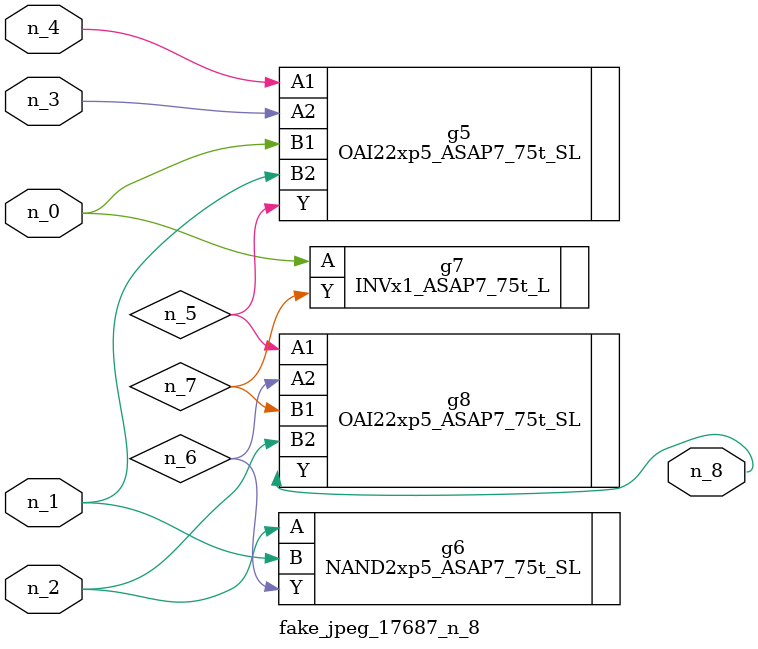
<source format=v>
module fake_jpeg_17687_n_8 (n_3, n_2, n_1, n_0, n_4, n_8);

input n_3;
input n_2;
input n_1;
input n_0;
input n_4;

output n_8;

wire n_6;
wire n_5;
wire n_7;

OAI22xp5_ASAP7_75t_SL g5 ( 
.A1(n_4),
.A2(n_3),
.B1(n_0),
.B2(n_1),
.Y(n_5)
);

NAND2xp5_ASAP7_75t_SL g6 ( 
.A(n_2),
.B(n_1),
.Y(n_6)
);

INVx1_ASAP7_75t_L g7 ( 
.A(n_0),
.Y(n_7)
);

OAI22xp5_ASAP7_75t_SL g8 ( 
.A1(n_5),
.A2(n_6),
.B1(n_7),
.B2(n_2),
.Y(n_8)
);


endmodule
</source>
